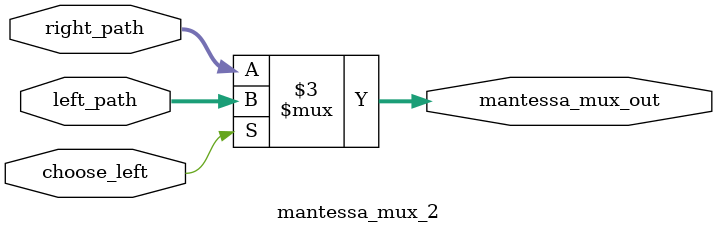
<source format=v>
module mantessa_mux_2 (choose_left , left_path , right_path , mantessa_mux_out);
input choose_left;
input [23:0]left_path ;
input [23:0]right_path; 
output reg [23:0]mantessa_mux_out;
always@(*)
begin
     if(choose_left)
        begin
            mantessa_mux_out = left_path;
        end
    else
        begin
            mantessa_mux_out = right_path;
        end
end
endmodule
</source>
